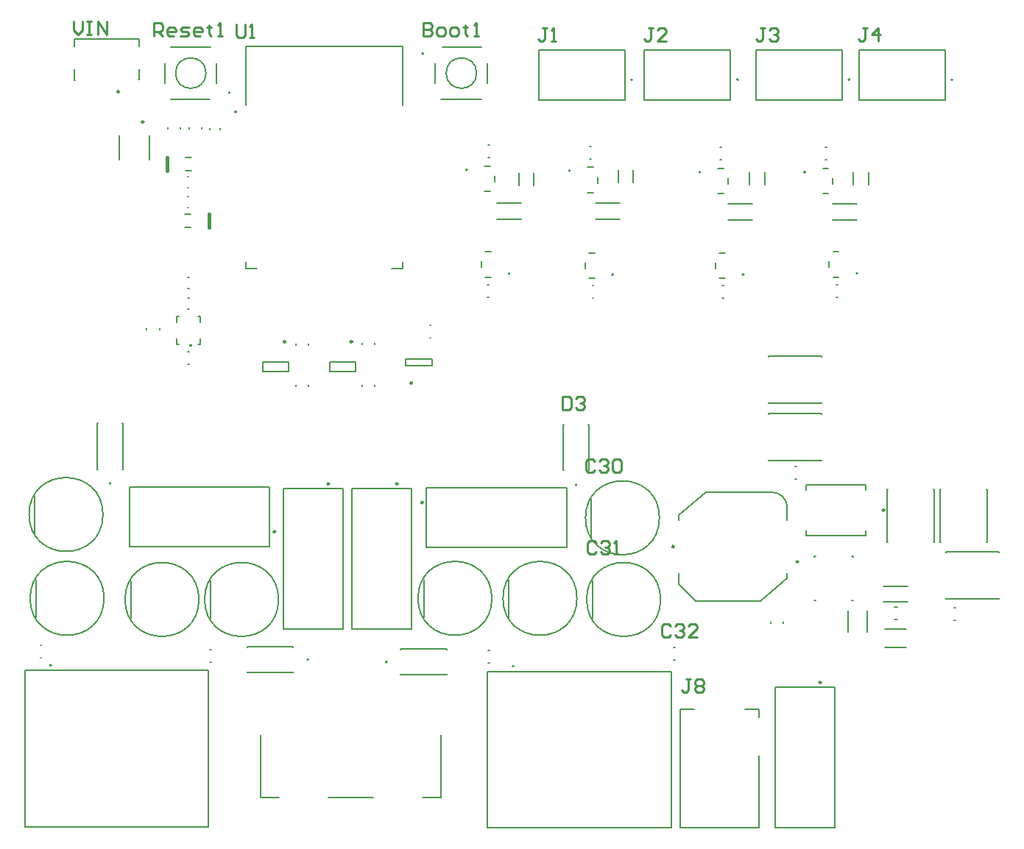
<source format=gto>
G04*
G04 #@! TF.GenerationSoftware,Altium Limited,Altium Designer,25.8.1 (18)*
G04*
G04 Layer_Color=65535*
%FSLAX42Y42*%
%MOMM*%
G71*
G04*
G04 #@! TF.SameCoordinates,874FC4BF-8C61-49E1-ACD6-6D65B42AE4DE*
G04*
G04*
G04 #@! TF.FilePolarity,Positive*
G04*
G01*
G75*
%ADD10C,0.25*%
%ADD11C,0.20*%
%ADD12C,0.15*%
%ADD13C,0.13*%
%ADD14C,0.15*%
%ADD15C,0.40*%
%ADD16C,0.25*%
G36*
X4565Y9207D02*
Y9182D01*
X4527D01*
Y9207D01*
X4565D01*
D02*
G37*
D10*
X12527Y7303D02*
G03*
X12527Y7303I-12J0D01*
G01*
X10105Y6883D02*
G03*
X10105Y6883I-12J0D01*
G01*
X6929Y7604D02*
G03*
X6929Y7604I-12J0D01*
G01*
X6141D02*
G03*
X6141Y7604I-12J0D01*
G01*
X7218Y7391D02*
G03*
X7218Y7391I-12J0D01*
G01*
X5521Y7054D02*
G03*
X5521Y7054I-12J0D01*
G01*
X6406Y9241D02*
G03*
X6406Y9241I-12J0D01*
G01*
X5637Y9241D02*
G03*
X5637Y9241I-12J0D01*
G01*
X3722Y12117D02*
G03*
X3722Y12117I-12J0D01*
G01*
X4006Y11770D02*
G03*
X4006Y11770I-12J0D01*
G01*
X7092Y8764D02*
G03*
X7092Y8764I-12J0D01*
G01*
X11798Y5318D02*
G03*
X11798Y5318I-12J0D01*
G01*
X11533Y6710D02*
G03*
X11533Y6710I-12J0D01*
G01*
D11*
X11407Y7333D02*
G03*
X11232Y7508I-175J0D01*
G01*
X6806Y5556D02*
G03*
X6806Y5556I-10J0D01*
G01*
X2944Y5517D02*
G03*
X2944Y5517I-10J0D01*
G01*
X8265Y5505D02*
G03*
X8265Y5505I-10J0D01*
G01*
X3629Y7609D02*
G03*
X3629Y7609I-10J0D01*
G01*
X5901Y5582D02*
G03*
X5901Y5582I-10J0D01*
G01*
X8989Y7595D02*
G03*
X8989Y7595I-10J0D01*
G01*
X5072Y11887D02*
G03*
X5072Y11887I-10J0D01*
G01*
X11618Y11192D02*
G03*
X11618Y11192I-10J0D01*
G01*
X10412D02*
G03*
X10412Y11192I-10J0D01*
G01*
X8913Y11207D02*
G03*
X8913Y11207I-10J0D01*
G01*
X7730Y11219D02*
G03*
X7730Y11219I-10J0D01*
G01*
X12218Y10025D02*
G03*
X12218Y10025I-10J0D01*
G01*
X10910Y10012D02*
G03*
X10910Y10012I-10J0D01*
G01*
X9411D02*
G03*
X9411Y10012I-10J0D01*
G01*
X8218Y10025D02*
G03*
X8218Y10025I-10J0D01*
G01*
X10843Y12256D02*
G03*
X10843Y12256I-10J0D01*
G01*
X9627D02*
G03*
X9627Y12256I-10J0D01*
G01*
X13310D02*
G03*
X13310Y12256I-10J0D01*
G01*
X12129D02*
G03*
X12129Y12256I-10J0D01*
G01*
X5001Y12107D02*
G03*
X5001Y12107I-10J0D01*
G01*
X7224Y12557D02*
G03*
X7224Y12557I-10J0D01*
G01*
X10180Y5015D02*
X10338Y5015D01*
X10180Y3645D02*
Y5015D01*
Y3645D02*
X11080D01*
Y4915D02*
Y5015D01*
Y3645D02*
Y4475D01*
X10922Y5015D02*
X11080Y5015D01*
X11620Y7533D02*
Y7594D01*
X12306Y7533D02*
Y7594D01*
X11620D02*
X12306D01*
Y7011D02*
Y7072D01*
X11620Y7011D02*
Y7072D01*
Y7011D02*
X12306D01*
X11407Y7188D02*
Y7333D01*
X11407Y6519D02*
Y6578D01*
X10157Y7188D02*
Y7248D01*
X10157Y6451D02*
Y6578D01*
X11095Y6258D02*
X11407Y6519D01*
X10157Y7248D02*
X10470Y7508D01*
X11245D01*
X10350Y6258D02*
X11095D01*
X10157Y6451D02*
X10350Y6258D01*
X7227Y6072D02*
Y6501D01*
X8205Y6072D02*
Y6501D01*
X2816Y5749D02*
X2831D01*
X2816Y5604D02*
X2831D01*
X4773Y6059D02*
Y6489D01*
X2754Y7037D02*
Y7467D01*
X3859Y6059D02*
Y6489D01*
X2767Y6072D02*
Y6501D01*
X9168Y6059D02*
Y6489D01*
X9155Y6999D02*
Y7429D01*
X6401Y7550D02*
X7087D01*
X6401Y5937D02*
Y7550D01*
Y5937D02*
X7087D01*
Y7550D01*
X5613D02*
X6299D01*
X5613Y5937D02*
Y7550D01*
Y5937D02*
X6299D01*
Y7550D01*
X4768Y5554D02*
X4783D01*
X4768Y5699D02*
X4783D01*
X10102Y5724D02*
X10117D01*
X10102Y5579D02*
X10117D01*
X7968Y5686D02*
X7983D01*
X7968Y5541D02*
X7983D01*
X7259Y6875D02*
Y7561D01*
Y6875D02*
X8872D01*
Y7561D01*
X7259D02*
X8872D01*
X5455Y6883D02*
Y7569D01*
X3842D02*
X5455D01*
X3842Y6883D02*
Y7569D01*
Y6883D02*
X5455D01*
X11193Y8403D02*
Y8411D01*
Y7871D02*
Y7878D01*
Y7871D02*
X11803D01*
Y8403D02*
Y8411D01*
Y7871D02*
Y7878D01*
X11193Y8411D02*
X11803D01*
X11189Y9064D02*
Y9071D01*
Y8531D02*
Y8539D01*
Y8531D02*
X11799D01*
Y9064D02*
Y9071D01*
Y8531D02*
Y8539D01*
X11189Y9071D02*
X11799D01*
X8064Y10653D02*
X8345D01*
X8064Y10839D02*
X8345D01*
X6441Y8901D02*
Y9006D01*
X6146Y8901D02*
X6441D01*
X6146D02*
Y9006D01*
X6441D01*
X5672Y8901D02*
Y9006D01*
X5377Y8901D02*
X5672D01*
X5377D02*
Y9006D01*
X5672D01*
X5757Y8730D02*
Y8745D01*
X5902Y8730D02*
Y8745D01*
X4514Y9740D02*
X4528D01*
X4514Y9615D02*
X4528D01*
X4514Y9981D02*
X4528D01*
X4514Y9856D02*
X4528D01*
X4514Y8983D02*
X4529D01*
X4514Y9128D02*
X4529D01*
X4187Y9381D02*
Y9396D01*
X4042Y9381D02*
Y9396D01*
X3205Y12724D02*
X3954D01*
X3205Y12643D02*
Y12725D01*
Y12254D02*
Y12376D01*
Y12254D02*
X3218D01*
X3941Y12255D02*
X3954D01*
Y12376D01*
X3954Y12643D02*
Y12724D01*
X4478Y10555D02*
X4548D01*
X4478Y10705D02*
X4548D01*
X4508Y10783D02*
X4522D01*
X4508Y10908D02*
X4522D01*
X3724Y11335D02*
Y11615D01*
X4074Y11335D02*
Y11615D01*
X11925Y10824D02*
X12205D01*
X11925Y10639D02*
X12205D01*
X10727Y10824D02*
X11008D01*
X10727Y10639D02*
X11008D01*
X5757Y9204D02*
Y9219D01*
X5902Y9204D02*
Y9219D01*
X12343Y11048D02*
Y11193D01*
X12168Y11048D02*
Y11193D01*
X11149Y11048D02*
Y11193D01*
X10974Y11048D02*
Y11193D01*
X11845Y11477D02*
X11860D01*
X11845Y11332D02*
X11860D01*
X10635Y11477D02*
X10650D01*
X10635Y11332D02*
X10650D01*
X9203Y10839D02*
X9484D01*
X9203Y10653D02*
X9484D01*
X6664Y8730D02*
Y8745D01*
X6519Y8730D02*
Y8745D01*
Y9213D02*
Y9228D01*
X6664Y9213D02*
Y9228D01*
X9638Y11075D02*
Y11220D01*
X9463Y11075D02*
Y11220D01*
X8495Y11042D02*
Y11187D01*
X8320Y11042D02*
Y11187D01*
X9136Y11347D02*
X9151D01*
X9136Y11492D02*
X9151D01*
X7968Y11359D02*
X7983D01*
X7968Y11504D02*
X7983D01*
X7022Y8969D02*
X7327D01*
Y9039D01*
X7022D02*
X7327D01*
X7022Y8969D02*
Y9039D01*
X7295Y9287D02*
X7310D01*
X7295Y9432D02*
X7310D01*
X11969Y9753D02*
X11984D01*
X11969Y9898D02*
X11984D01*
X10661Y9740D02*
X10676D01*
X10661Y9885D02*
X10676D01*
X9166Y9740D02*
X9181D01*
X9166Y9885D02*
X9181D01*
X7959Y9753D02*
X7974D01*
X7959Y9898D02*
X7974D01*
X4763Y11683D02*
Y11697D01*
X4888Y11683D02*
Y11697D01*
X4508Y11012D02*
X4522D01*
X4508Y11137D02*
X4522D01*
X4525Y11689D02*
Y11704D01*
X4670Y11689D02*
Y11704D01*
X4284Y11689D02*
Y11704D01*
X4429Y11689D02*
Y11704D01*
X4487Y11211D02*
X4557D01*
X4487Y11361D02*
X4557D01*
X11270Y5265D02*
X11956D01*
X11270Y3652D02*
Y5265D01*
Y3652D02*
X11956D01*
Y5265D01*
X11495Y7662D02*
X11510D01*
X11495Y7807D02*
X11510D01*
X13324Y6181D02*
X13339D01*
X13324Y6036D02*
X13339D01*
X13843Y6283D02*
Y6291D01*
Y6816D02*
Y6823D01*
X13233D02*
X13843D01*
X13233Y6283D02*
Y6291D01*
Y6816D02*
Y6823D01*
Y6283D02*
X13843D01*
X13699Y7544D02*
X13707D01*
X13167D02*
X13174D01*
X13167Y6934D02*
Y7544D01*
X13699Y6934D02*
X13707D01*
X13167D02*
X13174D01*
X13707D02*
Y7544D01*
X13090D02*
X13097D01*
X12557D02*
X12564D01*
X12557Y6934D02*
Y7544D01*
X13090Y6934D02*
X13097D01*
X12557D02*
X12564D01*
X13097D02*
Y7544D01*
X11713Y6763D02*
Y6770D01*
Y6260D02*
Y6268D01*
X12146Y6260D02*
X12163D01*
X11713D02*
X11731D01*
X12163Y6763D02*
Y6770D01*
Y6260D02*
Y6268D01*
X12146Y6770D02*
X12163D01*
X11713D02*
X11731D01*
X12526Y5938D02*
X12772D01*
X12526Y5719D02*
X12772D01*
X11218Y6000D02*
Y6015D01*
X11363Y6000D02*
Y6015D01*
X12509Y6429D02*
X12790D01*
X12509Y6244D02*
X12790D01*
X12327Y5896D02*
Y6142D01*
X12107Y5896D02*
Y6142D01*
D12*
X8010Y6287D02*
G03*
X8010Y6287I-425J0D01*
G01*
X8988D02*
G03*
X8988Y6287I-425J0D01*
G01*
X5556Y6274D02*
G03*
X5556Y6274I-425J0D01*
G01*
X3537Y7252D02*
G03*
X3537Y7252I-425J0D01*
G01*
X4641Y6274D02*
G03*
X4641Y6274I-425J0D01*
G01*
X3549Y6287D02*
G03*
X3549Y6287I-425J0D01*
G01*
X9950Y6274D02*
G03*
X9950Y6274I-425J0D01*
G01*
X9937Y7214D02*
G03*
X9937Y7214I-425J0D01*
G01*
D13*
X4722Y12332D02*
G03*
X4722Y12332I-175J0D01*
G01*
X7834D02*
G03*
X7834Y12332I-175J0D01*
G01*
X7213Y3997D02*
X7428D01*
Y4712D01*
X5348Y3997D02*
Y4712D01*
Y3997D02*
X5563D01*
X6128D02*
X6648D01*
X12639Y6188D02*
X12675D01*
X12639Y6044D02*
X12675D01*
X6961Y5695D02*
Y5701D01*
Y5411D02*
Y5418D01*
X7491Y5695D02*
Y5701D01*
Y5411D02*
Y5418D01*
X6961Y5701D02*
X7491D01*
X6961Y5411D02*
X7491D01*
X2640Y3657D02*
Y5457D01*
X4752D01*
Y3657D02*
Y5457D01*
X2640Y3657D02*
X4752D01*
X7961Y3645D02*
Y5445D01*
X10073D01*
Y3645D02*
Y5445D01*
X7961Y3645D02*
X10073D01*
X3474Y7774D02*
X3481D01*
X3758D02*
X3765D01*
X3474Y8304D02*
X3481D01*
X3758D02*
X3765D01*
X3474Y7774D02*
Y8304D01*
X3765Y7774D02*
Y8304D01*
X5726Y5437D02*
Y5443D01*
Y5720D02*
Y5727D01*
X5196Y5437D02*
Y5443D01*
Y5720D02*
Y5727D01*
Y5437D02*
X5726D01*
X5196Y5727D02*
X5726D01*
X8834Y7760D02*
X8840D01*
X9117D02*
X9124D01*
X8834Y8290D02*
X8840D01*
X9117D02*
X9124D01*
X8834Y7760D02*
Y8290D01*
X9124Y7760D02*
Y8290D01*
X5182Y12636D02*
X6982D01*
Y11964D02*
Y12636D01*
X5182Y11964D02*
Y12636D01*
Y10086D02*
Y10159D01*
Y10086D02*
X5306D01*
X6982D02*
Y10159D01*
X6857Y10086D02*
X6982D01*
X11816Y10942D02*
X11882D01*
X11929Y11054D02*
Y11121D01*
X11816Y11232D02*
X11882D01*
X10610Y10942D02*
X10676D01*
X10723Y11054D02*
Y11121D01*
X10610Y11232D02*
X10676D01*
X9111Y10957D02*
X9177D01*
X9224Y11068D02*
Y11135D01*
X9111Y11247D02*
X9177D01*
X7928Y10969D02*
X7994D01*
X8041Y11081D02*
Y11148D01*
X7928Y11259D02*
X7994D01*
X11934Y10275D02*
X12000D01*
X11887Y10096D02*
Y10164D01*
X11934Y9985D02*
X12000D01*
X10626Y10262D02*
X10692D01*
X10579Y10084D02*
Y10151D01*
X10626Y9972D02*
X10692D01*
X9128Y10262D02*
X9193D01*
X9081Y10084D02*
Y10151D01*
X9128Y9972D02*
X9193D01*
X7934Y10275D02*
X8000D01*
X7887Y10096D02*
Y10164D01*
X7934Y9985D02*
X8000D01*
X9763Y12596D02*
X10753D01*
Y12021D02*
Y12596D01*
X9763Y12021D02*
X10753D01*
X9763D02*
Y12596D01*
X8547D02*
X9537D01*
Y12021D02*
Y12596D01*
X8547Y12021D02*
X9537D01*
X8547D02*
Y12596D01*
X12230D02*
X13220D01*
Y12021D02*
Y12596D01*
X12230Y12021D02*
X13220D01*
X12230D02*
Y12596D01*
X11049D02*
X12039D01*
Y12021D02*
Y12596D01*
X11049Y12021D02*
X12039D01*
X11049D02*
Y12596D01*
X4846Y12217D02*
Y12447D01*
X4317Y12631D02*
X4777D01*
X4247Y12217D02*
Y12447D01*
X4317Y12032D02*
X4767D01*
X7359Y12217D02*
Y12447D01*
X7428Y12032D02*
X7888D01*
X7958Y12217D02*
Y12447D01*
X7438Y12631D02*
X7888D01*
D14*
X4653Y9464D02*
Y9535D01*
X4633Y9210D02*
X4653D01*
X4389D02*
Y9281D01*
Y9535D02*
X4409D01*
X4633D02*
X4653D01*
Y9210D02*
Y9281D01*
X4389Y9210D02*
X4409D01*
X4389Y9464D02*
Y9535D01*
D15*
X4758Y10555D02*
Y10705D01*
X4277Y11211D02*
Y11361D01*
D16*
X3200Y12929D02*
Y12827D01*
X3251Y12776D01*
X3302Y12827D01*
Y12929D01*
X3353D02*
X3404D01*
X3378D01*
Y12776D01*
X3353D01*
X3404D01*
X3480D02*
Y12929D01*
X3581Y12776D01*
Y12929D01*
X5067Y12893D02*
Y12766D01*
X5093Y12741D01*
X5143D01*
X5169Y12766D01*
Y12893D01*
X5220Y12741D02*
X5270D01*
X5245D01*
Y12893D01*
X5220Y12868D01*
X4122Y12758D02*
Y12911D01*
X4199D01*
X4224Y12885D01*
Y12835D01*
X4199Y12809D01*
X4122D01*
X4173D02*
X4224Y12758D01*
X4351D02*
X4300D01*
X4275Y12784D01*
Y12835D01*
X4300Y12860D01*
X4351D01*
X4376Y12835D01*
Y12809D01*
X4275D01*
X4427Y12758D02*
X4503D01*
X4529Y12784D01*
X4503Y12809D01*
X4453D01*
X4427Y12835D01*
X4453Y12860D01*
X4529D01*
X4656Y12758D02*
X4605D01*
X4579Y12784D01*
Y12835D01*
X4605Y12860D01*
X4656D01*
X4681Y12835D01*
Y12809D01*
X4579D01*
X4757Y12885D02*
Y12860D01*
X4732D01*
X4783D01*
X4757D01*
Y12784D01*
X4783Y12758D01*
X4859D02*
X4910D01*
X4884D01*
Y12911D01*
X4859Y12885D01*
X10297Y5354D02*
X10246D01*
X10272D01*
Y5227D01*
X10246Y5202D01*
X10221D01*
X10196Y5227D01*
X10348Y5329D02*
X10373Y5354D01*
X10424D01*
X10449Y5329D01*
Y5303D01*
X10424Y5278D01*
X10449Y5253D01*
Y5227D01*
X10424Y5202D01*
X10373D01*
X10348Y5227D01*
Y5253D01*
X10373Y5278D01*
X10348Y5303D01*
Y5329D01*
X10373Y5278D02*
X10424D01*
X12329Y12852D02*
X12278D01*
X12304D01*
Y12725D01*
X12278Y12700D01*
X12253D01*
X12228Y12725D01*
X12456Y12700D02*
Y12852D01*
X12380Y12776D01*
X12481D01*
X11148Y12852D02*
X11097D01*
X11123D01*
Y12725D01*
X11097Y12700D01*
X11072D01*
X11046Y12725D01*
X11199Y12827D02*
X11224Y12852D01*
X11275D01*
X11300Y12827D01*
Y12802D01*
X11275Y12776D01*
X11250D01*
X11275D01*
X11300Y12751D01*
Y12725D01*
X11275Y12700D01*
X11224D01*
X11199Y12725D01*
X9863Y12852D02*
X9812D01*
X9837D01*
Y12725D01*
X9812Y12700D01*
X9787D01*
X9761Y12725D01*
X10015Y12700D02*
X9914D01*
X10015Y12802D01*
Y12827D01*
X9990Y12852D01*
X9939D01*
X9914Y12827D01*
X8646Y12852D02*
X8595D01*
X8621D01*
Y12725D01*
X8595Y12700D01*
X8570D01*
X8545Y12725D01*
X8697Y12700D02*
X8748D01*
X8722D01*
Y12852D01*
X8697Y12827D01*
X8824Y8611D02*
Y8458D01*
X8900D01*
X8926Y8484D01*
Y8585D01*
X8900Y8611D01*
X8824D01*
X8976Y8585D02*
X9002Y8611D01*
X9052D01*
X9078Y8585D01*
Y8560D01*
X9052Y8534D01*
X9027D01*
X9052D01*
X9078Y8509D01*
Y8484D01*
X9052Y8458D01*
X9002D01*
X8976Y8484D01*
X10066Y5969D02*
X10041Y5994D01*
X9990D01*
X9964Y5969D01*
Y5867D01*
X9990Y5842D01*
X10041D01*
X10066Y5867D01*
X10117Y5969D02*
X10142Y5994D01*
X10193D01*
X10218Y5969D01*
Y5944D01*
X10193Y5918D01*
X10168D01*
X10193D01*
X10218Y5893D01*
Y5867D01*
X10193Y5842D01*
X10142D01*
X10117Y5867D01*
X10371Y5842D02*
X10269D01*
X10371Y5944D01*
Y5969D01*
X10345Y5994D01*
X10295D01*
X10269Y5969D01*
X9207Y6921D02*
X9182Y6947D01*
X9131D01*
X9106Y6921D01*
Y6820D01*
X9131Y6794D01*
X9182D01*
X9207Y6820D01*
X9258Y6921D02*
X9284Y6947D01*
X9334D01*
X9360Y6921D01*
Y6896D01*
X9334Y6871D01*
X9309D01*
X9334D01*
X9360Y6845D01*
Y6820D01*
X9334Y6794D01*
X9284D01*
X9258Y6820D01*
X9411Y6794D02*
X9461D01*
X9436D01*
Y6947D01*
X9411Y6921D01*
X9195Y7861D02*
X9169Y7887D01*
X9119D01*
X9093Y7861D01*
Y7760D01*
X9119Y7734D01*
X9169D01*
X9195Y7760D01*
X9246Y7861D02*
X9271Y7887D01*
X9322D01*
X9347Y7861D01*
Y7836D01*
X9322Y7810D01*
X9296D01*
X9322D01*
X9347Y7785D01*
Y7760D01*
X9322Y7734D01*
X9271D01*
X9246Y7760D01*
X9398Y7861D02*
X9423Y7887D01*
X9474D01*
X9499Y7861D01*
Y7760D01*
X9474Y7734D01*
X9423D01*
X9398Y7760D01*
Y7861D01*
X7219Y12911D02*
Y12758D01*
X7295D01*
X7320Y12784D01*
Y12809D01*
X7295Y12835D01*
X7219D01*
X7295D01*
X7320Y12860D01*
Y12885D01*
X7295Y12911D01*
X7219D01*
X7396Y12758D02*
X7447D01*
X7473Y12784D01*
Y12835D01*
X7447Y12860D01*
X7396D01*
X7371Y12835D01*
Y12784D01*
X7396Y12758D01*
X7549D02*
X7600D01*
X7625Y12784D01*
Y12835D01*
X7600Y12860D01*
X7549D01*
X7523Y12835D01*
Y12784D01*
X7549Y12758D01*
X7701Y12885D02*
Y12860D01*
X7676D01*
X7727D01*
X7701D01*
Y12784D01*
X7727Y12758D01*
X7803D02*
X7853D01*
X7828D01*
Y12911D01*
X7803Y12885D01*
M02*

</source>
